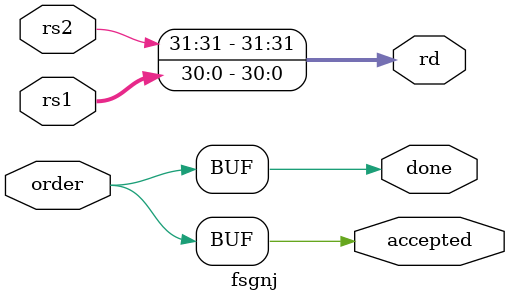
<source format=v>
`default_nettype none

module fsgnj
  (input  wire order,
   output wire accepted,
   output wire done,

   input  wire [31:0] rs1,
   input  wire [31:0] rs2,
   output wire [31:0] rd);
   // input  wire        clk,
   // input  wire        rstn

  assign rd = {rs2[31], rs1[30:0]};
  assign accepted = order;
  assign done = order;

endmodule

`default_nettype wire
</source>
